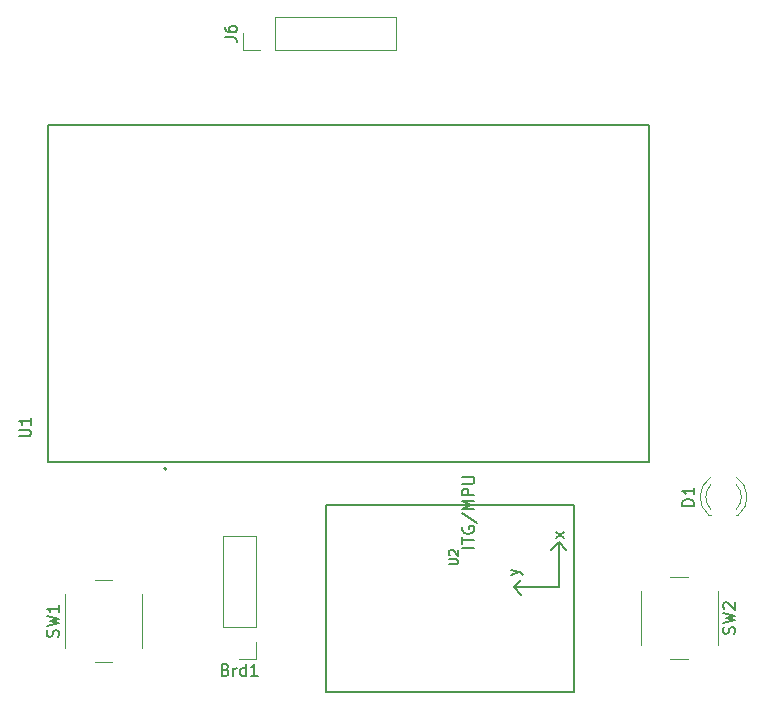
<source format=gbr>
%TF.GenerationSoftware,KiCad,Pcbnew,9.0.2*%
%TF.CreationDate,2025-07-16T17:11:34-05:00*%
%TF.ProjectId,guante_primiparos,6775616e-7465-45f7-9072-696d69706172,rev?*%
%TF.SameCoordinates,Original*%
%TF.FileFunction,Legend,Top*%
%TF.FilePolarity,Positive*%
%FSLAX46Y46*%
G04 Gerber Fmt 4.6, Leading zero omitted, Abs format (unit mm)*
G04 Created by KiCad (PCBNEW 9.0.2) date 2025-07-16 17:11:34*
%MOMM*%
%LPD*%
G01*
G04 APERTURE LIST*
%ADD10C,0.150000*%
%ADD11C,0.127000*%
%ADD12C,0.200000*%
%ADD13C,0.120000*%
G04 APERTURE END LIST*
D10*
X93094819Y-124416904D02*
X93904342Y-124416904D01*
X93904342Y-124416904D02*
X93999580Y-124369285D01*
X93999580Y-124369285D02*
X94047200Y-124321666D01*
X94047200Y-124321666D02*
X94094819Y-124226428D01*
X94094819Y-124226428D02*
X94094819Y-124035952D01*
X94094819Y-124035952D02*
X94047200Y-123940714D01*
X94047200Y-123940714D02*
X93999580Y-123893095D01*
X93999580Y-123893095D02*
X93904342Y-123845476D01*
X93904342Y-123845476D02*
X93094819Y-123845476D01*
X94094819Y-122845476D02*
X94094819Y-123416904D01*
X94094819Y-123131190D02*
X93094819Y-123131190D01*
X93094819Y-123131190D02*
X93237676Y-123226428D01*
X93237676Y-123226428D02*
X93332914Y-123321666D01*
X93332914Y-123321666D02*
X93380533Y-123416904D01*
X110534819Y-90633333D02*
X111249104Y-90633333D01*
X111249104Y-90633333D02*
X111391961Y-90680952D01*
X111391961Y-90680952D02*
X111487200Y-90776190D01*
X111487200Y-90776190D02*
X111534819Y-90919047D01*
X111534819Y-90919047D02*
X111534819Y-91014285D01*
X110534819Y-89728571D02*
X110534819Y-89919047D01*
X110534819Y-89919047D02*
X110582438Y-90014285D01*
X110582438Y-90014285D02*
X110630057Y-90061904D01*
X110630057Y-90061904D02*
X110772914Y-90157142D01*
X110772914Y-90157142D02*
X110963390Y-90204761D01*
X110963390Y-90204761D02*
X111344342Y-90204761D01*
X111344342Y-90204761D02*
X111439580Y-90157142D01*
X111439580Y-90157142D02*
X111487200Y-90109523D01*
X111487200Y-90109523D02*
X111534819Y-90014285D01*
X111534819Y-90014285D02*
X111534819Y-89823809D01*
X111534819Y-89823809D02*
X111487200Y-89728571D01*
X111487200Y-89728571D02*
X111439580Y-89680952D01*
X111439580Y-89680952D02*
X111344342Y-89633333D01*
X111344342Y-89633333D02*
X111106247Y-89633333D01*
X111106247Y-89633333D02*
X111011009Y-89680952D01*
X111011009Y-89680952D02*
X110963390Y-89728571D01*
X110963390Y-89728571D02*
X110915771Y-89823809D01*
X110915771Y-89823809D02*
X110915771Y-90014285D01*
X110915771Y-90014285D02*
X110963390Y-90109523D01*
X110963390Y-90109523D02*
X111011009Y-90157142D01*
X111011009Y-90157142D02*
X111106247Y-90204761D01*
X129469065Y-135259925D02*
X130106486Y-135259925D01*
X130106486Y-135259925D02*
X130181476Y-135222430D01*
X130181476Y-135222430D02*
X130218972Y-135184934D01*
X130218972Y-135184934D02*
X130256467Y-135109944D01*
X130256467Y-135109944D02*
X130256467Y-134959962D01*
X130256467Y-134959962D02*
X130218972Y-134884972D01*
X130218972Y-134884972D02*
X130181476Y-134847476D01*
X130181476Y-134847476D02*
X130106486Y-134809981D01*
X130106486Y-134809981D02*
X129469065Y-134809981D01*
X129544056Y-134472523D02*
X129506560Y-134435028D01*
X129506560Y-134435028D02*
X129469065Y-134360037D01*
X129469065Y-134360037D02*
X129469065Y-134172561D01*
X129469065Y-134172561D02*
X129506560Y-134097570D01*
X129506560Y-134097570D02*
X129544056Y-134060075D01*
X129544056Y-134060075D02*
X129619046Y-134022579D01*
X129619046Y-134022579D02*
X129694037Y-134022579D01*
X129694037Y-134022579D02*
X129806523Y-134060075D01*
X129806523Y-134060075D02*
X130256467Y-134510019D01*
X130256467Y-134510019D02*
X130256467Y-134022579D01*
X134768152Y-136168094D02*
X135434819Y-135929999D01*
X134768152Y-135691904D02*
X135434819Y-135929999D01*
X135434819Y-135929999D02*
X135672914Y-136025237D01*
X135672914Y-136025237D02*
X135720533Y-136072856D01*
X135720533Y-136072856D02*
X135768152Y-136168094D01*
X139244819Y-133016904D02*
X138578152Y-132493095D01*
X138578152Y-133016904D02*
X139244819Y-132493095D01*
X131624819Y-133849999D02*
X130624819Y-133849999D01*
X130624819Y-133516666D02*
X130624819Y-132945238D01*
X131624819Y-133230952D02*
X130624819Y-133230952D01*
X130672438Y-132088095D02*
X130624819Y-132183333D01*
X130624819Y-132183333D02*
X130624819Y-132326190D01*
X130624819Y-132326190D02*
X130672438Y-132469047D01*
X130672438Y-132469047D02*
X130767676Y-132564285D01*
X130767676Y-132564285D02*
X130862914Y-132611904D01*
X130862914Y-132611904D02*
X131053390Y-132659523D01*
X131053390Y-132659523D02*
X131196247Y-132659523D01*
X131196247Y-132659523D02*
X131386723Y-132611904D01*
X131386723Y-132611904D02*
X131481961Y-132564285D01*
X131481961Y-132564285D02*
X131577200Y-132469047D01*
X131577200Y-132469047D02*
X131624819Y-132326190D01*
X131624819Y-132326190D02*
X131624819Y-132230952D01*
X131624819Y-132230952D02*
X131577200Y-132088095D01*
X131577200Y-132088095D02*
X131529580Y-132040476D01*
X131529580Y-132040476D02*
X131196247Y-132040476D01*
X131196247Y-132040476D02*
X131196247Y-132230952D01*
X130577200Y-130897619D02*
X131862914Y-131754761D01*
X131624819Y-130564285D02*
X130624819Y-130564285D01*
X130624819Y-130564285D02*
X131339104Y-130230952D01*
X131339104Y-130230952D02*
X130624819Y-129897619D01*
X130624819Y-129897619D02*
X131624819Y-129897619D01*
X131624819Y-129421428D02*
X130624819Y-129421428D01*
X130624819Y-129421428D02*
X130624819Y-129040476D01*
X130624819Y-129040476D02*
X130672438Y-128945238D01*
X130672438Y-128945238D02*
X130720057Y-128897619D01*
X130720057Y-128897619D02*
X130815295Y-128850000D01*
X130815295Y-128850000D02*
X130958152Y-128850000D01*
X130958152Y-128850000D02*
X131053390Y-128897619D01*
X131053390Y-128897619D02*
X131101009Y-128945238D01*
X131101009Y-128945238D02*
X131148628Y-129040476D01*
X131148628Y-129040476D02*
X131148628Y-129421428D01*
X130624819Y-128421428D02*
X131434342Y-128421428D01*
X131434342Y-128421428D02*
X131529580Y-128373809D01*
X131529580Y-128373809D02*
X131577200Y-128326190D01*
X131577200Y-128326190D02*
X131624819Y-128230952D01*
X131624819Y-128230952D02*
X131624819Y-128040476D01*
X131624819Y-128040476D02*
X131577200Y-127945238D01*
X131577200Y-127945238D02*
X131529580Y-127897619D01*
X131529580Y-127897619D02*
X131434342Y-127850000D01*
X131434342Y-127850000D02*
X130624819Y-127850000D01*
X110583333Y-144171009D02*
X110726190Y-144218628D01*
X110726190Y-144218628D02*
X110773809Y-144266247D01*
X110773809Y-144266247D02*
X110821428Y-144361485D01*
X110821428Y-144361485D02*
X110821428Y-144504342D01*
X110821428Y-144504342D02*
X110773809Y-144599580D01*
X110773809Y-144599580D02*
X110726190Y-144647200D01*
X110726190Y-144647200D02*
X110630952Y-144694819D01*
X110630952Y-144694819D02*
X110250000Y-144694819D01*
X110250000Y-144694819D02*
X110250000Y-143694819D01*
X110250000Y-143694819D02*
X110583333Y-143694819D01*
X110583333Y-143694819D02*
X110678571Y-143742438D01*
X110678571Y-143742438D02*
X110726190Y-143790057D01*
X110726190Y-143790057D02*
X110773809Y-143885295D01*
X110773809Y-143885295D02*
X110773809Y-143980533D01*
X110773809Y-143980533D02*
X110726190Y-144075771D01*
X110726190Y-144075771D02*
X110678571Y-144123390D01*
X110678571Y-144123390D02*
X110583333Y-144171009D01*
X110583333Y-144171009D02*
X110250000Y-144171009D01*
X111250000Y-144694819D02*
X111250000Y-144028152D01*
X111250000Y-144218628D02*
X111297619Y-144123390D01*
X111297619Y-144123390D02*
X111345238Y-144075771D01*
X111345238Y-144075771D02*
X111440476Y-144028152D01*
X111440476Y-144028152D02*
X111535714Y-144028152D01*
X112297619Y-144694819D02*
X112297619Y-143694819D01*
X112297619Y-144647200D02*
X112202381Y-144694819D01*
X112202381Y-144694819D02*
X112011905Y-144694819D01*
X112011905Y-144694819D02*
X111916667Y-144647200D01*
X111916667Y-144647200D02*
X111869048Y-144599580D01*
X111869048Y-144599580D02*
X111821429Y-144504342D01*
X111821429Y-144504342D02*
X111821429Y-144218628D01*
X111821429Y-144218628D02*
X111869048Y-144123390D01*
X111869048Y-144123390D02*
X111916667Y-144075771D01*
X111916667Y-144075771D02*
X112011905Y-144028152D01*
X112011905Y-144028152D02*
X112202381Y-144028152D01*
X112202381Y-144028152D02*
X112297619Y-144075771D01*
X113297619Y-144694819D02*
X112726191Y-144694819D01*
X113011905Y-144694819D02*
X113011905Y-143694819D01*
X113011905Y-143694819D02*
X112916667Y-143837676D01*
X112916667Y-143837676D02*
X112821429Y-143932914D01*
X112821429Y-143932914D02*
X112726191Y-143980533D01*
X150244819Y-130288094D02*
X149244819Y-130288094D01*
X149244819Y-130288094D02*
X149244819Y-130049999D01*
X149244819Y-130049999D02*
X149292438Y-129907142D01*
X149292438Y-129907142D02*
X149387676Y-129811904D01*
X149387676Y-129811904D02*
X149482914Y-129764285D01*
X149482914Y-129764285D02*
X149673390Y-129716666D01*
X149673390Y-129716666D02*
X149816247Y-129716666D01*
X149816247Y-129716666D02*
X150006723Y-129764285D01*
X150006723Y-129764285D02*
X150101961Y-129811904D01*
X150101961Y-129811904D02*
X150197200Y-129907142D01*
X150197200Y-129907142D02*
X150244819Y-130049999D01*
X150244819Y-130049999D02*
X150244819Y-130288094D01*
X150244819Y-128764285D02*
X150244819Y-129335713D01*
X150244819Y-129049999D02*
X149244819Y-129049999D01*
X149244819Y-129049999D02*
X149387676Y-129145237D01*
X149387676Y-129145237D02*
X149482914Y-129240475D01*
X149482914Y-129240475D02*
X149530533Y-129335713D01*
X153657200Y-141133332D02*
X153704819Y-140990475D01*
X153704819Y-140990475D02*
X153704819Y-140752380D01*
X153704819Y-140752380D02*
X153657200Y-140657142D01*
X153657200Y-140657142D02*
X153609580Y-140609523D01*
X153609580Y-140609523D02*
X153514342Y-140561904D01*
X153514342Y-140561904D02*
X153419104Y-140561904D01*
X153419104Y-140561904D02*
X153323866Y-140609523D01*
X153323866Y-140609523D02*
X153276247Y-140657142D01*
X153276247Y-140657142D02*
X153228628Y-140752380D01*
X153228628Y-140752380D02*
X153181009Y-140942856D01*
X153181009Y-140942856D02*
X153133390Y-141038094D01*
X153133390Y-141038094D02*
X153085771Y-141085713D01*
X153085771Y-141085713D02*
X152990533Y-141133332D01*
X152990533Y-141133332D02*
X152895295Y-141133332D01*
X152895295Y-141133332D02*
X152800057Y-141085713D01*
X152800057Y-141085713D02*
X152752438Y-141038094D01*
X152752438Y-141038094D02*
X152704819Y-140942856D01*
X152704819Y-140942856D02*
X152704819Y-140704761D01*
X152704819Y-140704761D02*
X152752438Y-140561904D01*
X152704819Y-140228570D02*
X153704819Y-139990475D01*
X153704819Y-139990475D02*
X152990533Y-139799999D01*
X152990533Y-139799999D02*
X153704819Y-139609523D01*
X153704819Y-139609523D02*
X152704819Y-139371428D01*
X152800057Y-139038094D02*
X152752438Y-138990475D01*
X152752438Y-138990475D02*
X152704819Y-138895237D01*
X152704819Y-138895237D02*
X152704819Y-138657142D01*
X152704819Y-138657142D02*
X152752438Y-138561904D01*
X152752438Y-138561904D02*
X152800057Y-138514285D01*
X152800057Y-138514285D02*
X152895295Y-138466666D01*
X152895295Y-138466666D02*
X152990533Y-138466666D01*
X152990533Y-138466666D02*
X153133390Y-138514285D01*
X153133390Y-138514285D02*
X153704819Y-139085713D01*
X153704819Y-139085713D02*
X153704819Y-138466666D01*
X96407200Y-141383332D02*
X96454819Y-141240475D01*
X96454819Y-141240475D02*
X96454819Y-141002380D01*
X96454819Y-141002380D02*
X96407200Y-140907142D01*
X96407200Y-140907142D02*
X96359580Y-140859523D01*
X96359580Y-140859523D02*
X96264342Y-140811904D01*
X96264342Y-140811904D02*
X96169104Y-140811904D01*
X96169104Y-140811904D02*
X96073866Y-140859523D01*
X96073866Y-140859523D02*
X96026247Y-140907142D01*
X96026247Y-140907142D02*
X95978628Y-141002380D01*
X95978628Y-141002380D02*
X95931009Y-141192856D01*
X95931009Y-141192856D02*
X95883390Y-141288094D01*
X95883390Y-141288094D02*
X95835771Y-141335713D01*
X95835771Y-141335713D02*
X95740533Y-141383332D01*
X95740533Y-141383332D02*
X95645295Y-141383332D01*
X95645295Y-141383332D02*
X95550057Y-141335713D01*
X95550057Y-141335713D02*
X95502438Y-141288094D01*
X95502438Y-141288094D02*
X95454819Y-141192856D01*
X95454819Y-141192856D02*
X95454819Y-140954761D01*
X95454819Y-140954761D02*
X95502438Y-140811904D01*
X95454819Y-140478570D02*
X96454819Y-140240475D01*
X96454819Y-140240475D02*
X95740533Y-140049999D01*
X95740533Y-140049999D02*
X96454819Y-139859523D01*
X96454819Y-139859523D02*
X95454819Y-139621428D01*
X96454819Y-138716666D02*
X96454819Y-139288094D01*
X96454819Y-139002380D02*
X95454819Y-139002380D01*
X95454819Y-139002380D02*
X95597676Y-139097618D01*
X95597676Y-139097618D02*
X95692914Y-139192856D01*
X95692914Y-139192856D02*
X95740533Y-139288094D01*
D11*
%TO.C,U1*%
X95525000Y-98070000D02*
X146475000Y-98070000D01*
X95525000Y-98070000D02*
X146475000Y-98070000D01*
X95525000Y-108800000D02*
X95525000Y-98070000D01*
X95525000Y-115511000D02*
X95525000Y-108800000D01*
X95525000Y-126580000D02*
X95525000Y-98070000D01*
X95525000Y-126580000D02*
X95525000Y-115511000D01*
X146475000Y-98070000D02*
X146475000Y-126580000D01*
X146475000Y-103520000D02*
X146475000Y-98070000D01*
X146475000Y-121210000D02*
X146475000Y-103520000D01*
X146475000Y-126580000D02*
X95525000Y-126580000D01*
X146475000Y-126580000D02*
X95525000Y-126580000D01*
X146475000Y-126580000D02*
X146475000Y-121210000D01*
D12*
X105585000Y-127150000D02*
G75*
G02*
X105385000Y-127150000I-100000J0D01*
G01*
X105385000Y-127150000D02*
G75*
G02*
X105585000Y-127150000I100000J0D01*
G01*
D13*
%TO.C,J6*%
X125000000Y-91680000D02*
X125000000Y-88920000D01*
X114730000Y-91680000D02*
X125000000Y-91680000D01*
X114730000Y-91680000D02*
X114730000Y-88920000D01*
X114730000Y-88920000D02*
X125000000Y-88920000D01*
X113460000Y-91680000D02*
X112080000Y-91680000D01*
X112080000Y-91680000D02*
X112080000Y-90300000D01*
D11*
%TO.C,U2*%
X119105000Y-130215000D02*
X140060000Y-130215000D01*
X119105000Y-146090000D02*
X119105000Y-130215000D01*
X134980000Y-137200000D02*
X135615000Y-136565000D01*
X134980000Y-137200000D02*
X135615000Y-137835000D01*
X138790000Y-133390000D02*
X138155000Y-134025000D01*
X138790000Y-133390000D02*
X139425000Y-134025000D01*
X138790000Y-137200000D02*
X134980000Y-137200000D01*
X138790000Y-137200000D02*
X138790000Y-133390000D01*
X140060000Y-130215000D02*
X140060000Y-146090000D01*
X140060000Y-146090000D02*
X119105000Y-146090000D01*
D13*
%TO.C,Brd1*%
X110370000Y-140590000D02*
X110370000Y-132860000D01*
X113130000Y-132860000D02*
X110370000Y-132860000D01*
X113130000Y-140590000D02*
X110370000Y-140590000D01*
X113130000Y-140590000D02*
X113130000Y-132860000D01*
X113130000Y-141860000D02*
X113130000Y-143240000D01*
X113130000Y-143240000D02*
X111750000Y-143240000D01*
%TO.C,D1*%
X151514000Y-131110000D02*
X151670000Y-131110000D01*
X153830000Y-131110000D02*
X153986000Y-131110000D01*
X151514484Y-131110000D02*
G75*
G02*
X151670000Y-127878563I1235516J1560000D01*
G01*
X151670000Y-130590961D02*
G75*
G02*
X151670000Y-128509039I1080000J1040961D01*
G01*
X153830000Y-127878563D02*
G75*
G02*
X153985516Y-131110000I-1080000J-1671437D01*
G01*
X153830000Y-128509039D02*
G75*
G02*
X153830000Y-130590961I-1080000J-1040961D01*
G01*
%TO.C,SW2*%
X145750000Y-137550000D02*
X145750000Y-142050000D01*
X148250000Y-143300000D02*
X149750000Y-143300000D01*
X149750000Y-136300000D02*
X148250000Y-136300000D01*
X152250000Y-142050000D02*
X152250000Y-137550000D01*
%TO.C,SW1*%
X97000000Y-137800000D02*
X97000000Y-142300000D01*
X99500000Y-143550000D02*
X101000000Y-143550000D01*
X101000000Y-136550000D02*
X99500000Y-136550000D01*
X103500000Y-142300000D02*
X103500000Y-137800000D01*
%TD*%
M02*

</source>
